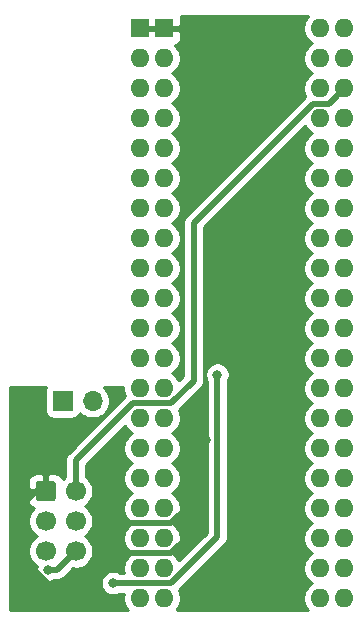
<source format=gbr>
G04 #@! TF.GenerationSoftware,KiCad,Pcbnew,5.1.5+dfsg1-2build2*
G04 #@! TF.CreationDate,2022-03-13T21:19:34-04:00*
G04 #@! TF.ProjectId,vdg_breakout,7664675f-6272-4656-916b-6f75742e6b69,rev?*
G04 #@! TF.SameCoordinates,Original*
G04 #@! TF.FileFunction,Copper,L1,Top*
G04 #@! TF.FilePolarity,Positive*
%FSLAX46Y46*%
G04 Gerber Fmt 4.6, Leading zero omitted, Abs format (unit mm)*
G04 Created by KiCad (PCBNEW 5.1.5+dfsg1-2build2) date 2022-03-13 21:19:34*
%MOMM*%
%LPD*%
G04 APERTURE LIST*
%ADD10R,1.600000X1.600000*%
%ADD11O,1.600000X1.600000*%
%ADD12C,0.100000*%
%ADD13C,1.700000*%
%ADD14R,1.700000X1.700000*%
%ADD15O,1.700000X1.700000*%
%ADD16C,0.800000*%
%ADD17C,0.500000*%
%ADD18C,0.254000*%
G04 APERTURE END LIST*
D10*
X125000001Y-60625001D03*
D11*
X140240001Y-108885001D03*
X125000001Y-63165001D03*
X140240001Y-106345001D03*
X125000001Y-65705001D03*
X140240001Y-103805001D03*
X125000001Y-68245001D03*
X140240001Y-101265001D03*
X125000001Y-70785001D03*
X140240001Y-98725001D03*
X125000001Y-73325001D03*
X140240001Y-96185001D03*
X125000001Y-75865001D03*
X140240001Y-93645001D03*
X125000001Y-78405001D03*
X140240001Y-91105001D03*
X125000001Y-80945001D03*
X140240001Y-88565001D03*
X125000001Y-83485001D03*
X140240001Y-86025001D03*
X125000001Y-86025001D03*
X140240001Y-83485001D03*
X125000001Y-88565001D03*
X140240001Y-80945001D03*
X125000001Y-91105001D03*
X140240001Y-78405001D03*
X125000001Y-93645001D03*
X140240001Y-75865001D03*
X125000001Y-96185001D03*
X140240001Y-73325001D03*
X125000001Y-98725001D03*
X140240001Y-70785001D03*
X125000001Y-101265001D03*
X140240001Y-68245001D03*
X125000001Y-103805001D03*
X140240001Y-65705001D03*
X125000001Y-106345001D03*
X140240001Y-63165001D03*
X125000001Y-108885001D03*
X140240001Y-60625001D03*
X138215000Y-60625001D03*
X122975000Y-108885001D03*
X138215000Y-63165001D03*
X122975000Y-106345001D03*
X138215000Y-65705001D03*
X122975000Y-103805001D03*
X138215000Y-68245001D03*
X122975000Y-101265001D03*
X138215000Y-70785001D03*
X122975000Y-98725001D03*
X138215000Y-73325001D03*
X122975000Y-96185001D03*
X138215000Y-75865001D03*
X122975000Y-93645001D03*
X138215000Y-78405001D03*
X122975000Y-91105001D03*
X138215000Y-80945001D03*
X122975000Y-88565001D03*
X138215000Y-83485001D03*
X122975000Y-86025001D03*
X138215000Y-86025001D03*
X122975000Y-83485001D03*
X138215000Y-88565001D03*
X122975000Y-80945001D03*
X138215000Y-91105001D03*
X122975000Y-78405001D03*
X138215000Y-93645001D03*
X122975000Y-75865001D03*
X138215000Y-96185001D03*
X122975000Y-73325001D03*
X138215000Y-98725001D03*
X122975000Y-70785001D03*
X138215000Y-101265001D03*
X122975000Y-68245001D03*
X138215000Y-103805001D03*
X122975000Y-65705001D03*
X138215000Y-106345001D03*
X122975000Y-63165001D03*
X138215000Y-108885001D03*
D10*
X122975000Y-60625001D03*
G04 #@! TA.AperFunction,ComponentPad*
D12*
G36*
X115599504Y-98951204D02*
G01*
X115623773Y-98954804D01*
X115647571Y-98960765D01*
X115670671Y-98969030D01*
X115692849Y-98979520D01*
X115713893Y-98992133D01*
X115733598Y-99006747D01*
X115751777Y-99023223D01*
X115768253Y-99041402D01*
X115782867Y-99061107D01*
X115795480Y-99082151D01*
X115805970Y-99104329D01*
X115814235Y-99127429D01*
X115820196Y-99151227D01*
X115823796Y-99175496D01*
X115825000Y-99200000D01*
X115825000Y-100400000D01*
X115823796Y-100424504D01*
X115820196Y-100448773D01*
X115814235Y-100472571D01*
X115805970Y-100495671D01*
X115795480Y-100517849D01*
X115782867Y-100538893D01*
X115768253Y-100558598D01*
X115751777Y-100576777D01*
X115733598Y-100593253D01*
X115713893Y-100607867D01*
X115692849Y-100620480D01*
X115670671Y-100630970D01*
X115647571Y-100639235D01*
X115623773Y-100645196D01*
X115599504Y-100648796D01*
X115575000Y-100650000D01*
X114375000Y-100650000D01*
X114350496Y-100648796D01*
X114326227Y-100645196D01*
X114302429Y-100639235D01*
X114279329Y-100630970D01*
X114257151Y-100620480D01*
X114236107Y-100607867D01*
X114216402Y-100593253D01*
X114198223Y-100576777D01*
X114181747Y-100558598D01*
X114167133Y-100538893D01*
X114154520Y-100517849D01*
X114144030Y-100495671D01*
X114135765Y-100472571D01*
X114129804Y-100448773D01*
X114126204Y-100424504D01*
X114125000Y-100400000D01*
X114125000Y-99200000D01*
X114126204Y-99175496D01*
X114129804Y-99151227D01*
X114135765Y-99127429D01*
X114144030Y-99104329D01*
X114154520Y-99082151D01*
X114167133Y-99061107D01*
X114181747Y-99041402D01*
X114198223Y-99023223D01*
X114216402Y-99006747D01*
X114236107Y-98992133D01*
X114257151Y-98979520D01*
X114279329Y-98969030D01*
X114302429Y-98960765D01*
X114326227Y-98954804D01*
X114350496Y-98951204D01*
X114375000Y-98950000D01*
X115575000Y-98950000D01*
X115599504Y-98951204D01*
G37*
G04 #@! TD.AperFunction*
D13*
X114975000Y-102340000D03*
X114975000Y-104880000D03*
X117515000Y-99800000D03*
X117515000Y-102340000D03*
X117515000Y-104880000D03*
D14*
X116400000Y-92175000D03*
D15*
X118940000Y-92175000D03*
D16*
X135325000Y-71950000D03*
X135525000Y-74350000D03*
X135775000Y-87050000D03*
X128525000Y-95450000D03*
X121000000Y-91650000D03*
X126325000Y-89800000D03*
X113675000Y-108925000D03*
X115200000Y-96300000D03*
X121025000Y-102400000D03*
X115200000Y-106450000D03*
X120679998Y-107595002D03*
X129500000Y-89950000D03*
D17*
X114125000Y-99800000D02*
X112775000Y-101150000D01*
X114975000Y-99800000D02*
X114125000Y-99800000D01*
X112775000Y-105283002D02*
X115691998Y-108200000D01*
X112775000Y-101150000D02*
X112775000Y-105283002D01*
X115691998Y-108200000D02*
X118275000Y-108200000D01*
X128525000Y-102130004D02*
X128525000Y-96015685D01*
X125600002Y-105055002D02*
X128525000Y-102130004D01*
X121419998Y-105055002D02*
X125600002Y-105055002D01*
X118275000Y-108200000D02*
X121419998Y-105055002D01*
X128525000Y-96015685D02*
X128525000Y-95450000D01*
X128525000Y-99590004D02*
X128525000Y-96015685D01*
X125600002Y-102515002D02*
X128525000Y-99590004D01*
X121705687Y-102515002D02*
X125600002Y-102515002D01*
X121590685Y-102400000D02*
X121705687Y-102515002D01*
X121025000Y-102400000D02*
X121590685Y-102400000D01*
X115945000Y-106450000D02*
X115200000Y-106450000D01*
X117515000Y-104880000D02*
X115945000Y-106450000D01*
X120679998Y-107595002D02*
X125600002Y-107595002D01*
X129500000Y-103695004D02*
X129500000Y-90515685D01*
X129500000Y-90515685D02*
X129500000Y-89950000D01*
X125600002Y-107595002D02*
X129500000Y-103695004D01*
X139440002Y-66505000D02*
X140240001Y-65705001D01*
X138950002Y-66995000D02*
X139440002Y-66505000D01*
X137614999Y-66995000D02*
X138950002Y-66995000D01*
X127500000Y-77109999D02*
X137614999Y-66995000D01*
X127500000Y-90455004D02*
X127500000Y-77109999D01*
X125600002Y-92355002D02*
X127500000Y-90455004D01*
X122374999Y-92355002D02*
X125600002Y-92355002D01*
X117515000Y-97215001D02*
X122374999Y-92355002D01*
X117515000Y-99800000D02*
X117515000Y-97215001D01*
D18*
G36*
X136943320Y-68924728D02*
G01*
X137100363Y-69159760D01*
X137300241Y-69359638D01*
X137532759Y-69515001D01*
X137300241Y-69670364D01*
X137100363Y-69870242D01*
X136943320Y-70105274D01*
X136835147Y-70366427D01*
X136780000Y-70643666D01*
X136780000Y-70926336D01*
X136835147Y-71203575D01*
X136943320Y-71464728D01*
X137100363Y-71699760D01*
X137300241Y-71899638D01*
X137532759Y-72055001D01*
X137300241Y-72210364D01*
X137100363Y-72410242D01*
X136943320Y-72645274D01*
X136835147Y-72906427D01*
X136780000Y-73183666D01*
X136780000Y-73466336D01*
X136835147Y-73743575D01*
X136943320Y-74004728D01*
X137100363Y-74239760D01*
X137300241Y-74439638D01*
X137532759Y-74595001D01*
X137300241Y-74750364D01*
X137100363Y-74950242D01*
X136943320Y-75185274D01*
X136835147Y-75446427D01*
X136780000Y-75723666D01*
X136780000Y-76006336D01*
X136835147Y-76283575D01*
X136943320Y-76544728D01*
X137100363Y-76779760D01*
X137300241Y-76979638D01*
X137532759Y-77135001D01*
X137300241Y-77290364D01*
X137100363Y-77490242D01*
X136943320Y-77725274D01*
X136835147Y-77986427D01*
X136780000Y-78263666D01*
X136780000Y-78546336D01*
X136835147Y-78823575D01*
X136943320Y-79084728D01*
X137100363Y-79319760D01*
X137300241Y-79519638D01*
X137532759Y-79675001D01*
X137300241Y-79830364D01*
X137100363Y-80030242D01*
X136943320Y-80265274D01*
X136835147Y-80526427D01*
X136780000Y-80803666D01*
X136780000Y-81086336D01*
X136835147Y-81363575D01*
X136943320Y-81624728D01*
X137100363Y-81859760D01*
X137300241Y-82059638D01*
X137532759Y-82215001D01*
X137300241Y-82370364D01*
X137100363Y-82570242D01*
X136943320Y-82805274D01*
X136835147Y-83066427D01*
X136780000Y-83343666D01*
X136780000Y-83626336D01*
X136835147Y-83903575D01*
X136943320Y-84164728D01*
X137100363Y-84399760D01*
X137300241Y-84599638D01*
X137532759Y-84755001D01*
X137300241Y-84910364D01*
X137100363Y-85110242D01*
X136943320Y-85345274D01*
X136835147Y-85606427D01*
X136780000Y-85883666D01*
X136780000Y-86166336D01*
X136835147Y-86443575D01*
X136943320Y-86704728D01*
X137100363Y-86939760D01*
X137300241Y-87139638D01*
X137532759Y-87295001D01*
X137300241Y-87450364D01*
X137100363Y-87650242D01*
X136943320Y-87885274D01*
X136835147Y-88146427D01*
X136780000Y-88423666D01*
X136780000Y-88706336D01*
X136835147Y-88983575D01*
X136943320Y-89244728D01*
X137100363Y-89479760D01*
X137300241Y-89679638D01*
X137532759Y-89835001D01*
X137300241Y-89990364D01*
X137100363Y-90190242D01*
X136943320Y-90425274D01*
X136835147Y-90686427D01*
X136780000Y-90963666D01*
X136780000Y-91246336D01*
X136835147Y-91523575D01*
X136943320Y-91784728D01*
X137100363Y-92019760D01*
X137300241Y-92219638D01*
X137532759Y-92375001D01*
X137300241Y-92530364D01*
X137100363Y-92730242D01*
X136943320Y-92965274D01*
X136835147Y-93226427D01*
X136780000Y-93503666D01*
X136780000Y-93786336D01*
X136835147Y-94063575D01*
X136943320Y-94324728D01*
X137100363Y-94559760D01*
X137300241Y-94759638D01*
X137532759Y-94915001D01*
X137300241Y-95070364D01*
X137100363Y-95270242D01*
X136943320Y-95505274D01*
X136835147Y-95766427D01*
X136780000Y-96043666D01*
X136780000Y-96326336D01*
X136835147Y-96603575D01*
X136943320Y-96864728D01*
X137100363Y-97099760D01*
X137300241Y-97299638D01*
X137532759Y-97455001D01*
X137300241Y-97610364D01*
X137100363Y-97810242D01*
X136943320Y-98045274D01*
X136835147Y-98306427D01*
X136780000Y-98583666D01*
X136780000Y-98866336D01*
X136835147Y-99143575D01*
X136943320Y-99404728D01*
X137100363Y-99639760D01*
X137300241Y-99839638D01*
X137532759Y-99995001D01*
X137300241Y-100150364D01*
X137100363Y-100350242D01*
X136943320Y-100585274D01*
X136835147Y-100846427D01*
X136780000Y-101123666D01*
X136780000Y-101406336D01*
X136835147Y-101683575D01*
X136943320Y-101944728D01*
X137100363Y-102179760D01*
X137300241Y-102379638D01*
X137532759Y-102535001D01*
X137300241Y-102690364D01*
X137100363Y-102890242D01*
X136943320Y-103125274D01*
X136835147Y-103386427D01*
X136780000Y-103663666D01*
X136780000Y-103946336D01*
X136835147Y-104223575D01*
X136943320Y-104484728D01*
X137100363Y-104719760D01*
X137300241Y-104919638D01*
X137532759Y-105075001D01*
X137300241Y-105230364D01*
X137100363Y-105430242D01*
X136943320Y-105665274D01*
X136835147Y-105926427D01*
X136780000Y-106203666D01*
X136780000Y-106486336D01*
X136835147Y-106763575D01*
X136943320Y-107024728D01*
X137100363Y-107259760D01*
X137300241Y-107459638D01*
X137532759Y-107615001D01*
X137300241Y-107770364D01*
X137100363Y-107970242D01*
X136943320Y-108205274D01*
X136835147Y-108466427D01*
X136780000Y-108743666D01*
X136780000Y-109026336D01*
X136835147Y-109303575D01*
X136943320Y-109564728D01*
X137100363Y-109799760D01*
X137140603Y-109840000D01*
X126074398Y-109840000D01*
X126114638Y-109799760D01*
X126271681Y-109564728D01*
X126379854Y-109303575D01*
X126435001Y-109026336D01*
X126435001Y-108743666D01*
X126379854Y-108466427D01*
X126271681Y-108205274D01*
X126259515Y-108187067D01*
X130095050Y-104351532D01*
X130128817Y-104323821D01*
X130211088Y-104223575D01*
X130239410Y-104189064D01*
X130239411Y-104189063D01*
X130321589Y-104035317D01*
X130372195Y-103868494D01*
X130385000Y-103738481D01*
X130385000Y-103738471D01*
X130389281Y-103695005D01*
X130385000Y-103651538D01*
X130385000Y-90488454D01*
X130417205Y-90440256D01*
X130495226Y-90251898D01*
X130535000Y-90051939D01*
X130535000Y-89848061D01*
X130495226Y-89648102D01*
X130417205Y-89459744D01*
X130303937Y-89290226D01*
X130159774Y-89146063D01*
X129990256Y-89032795D01*
X129801898Y-88954774D01*
X129601939Y-88915000D01*
X129398061Y-88915000D01*
X129198102Y-88954774D01*
X129009744Y-89032795D01*
X128840226Y-89146063D01*
X128696063Y-89290226D01*
X128582795Y-89459744D01*
X128504774Y-89648102D01*
X128465000Y-89848061D01*
X128465000Y-90051939D01*
X128504774Y-90251898D01*
X128582795Y-90440256D01*
X128615000Y-90488454D01*
X128615000Y-90559161D01*
X128615001Y-90559171D01*
X128615000Y-103328425D01*
X126273576Y-105669849D01*
X126271681Y-105665274D01*
X126114638Y-105430242D01*
X125914760Y-105230364D01*
X125682242Y-105075001D01*
X125914760Y-104919638D01*
X126114638Y-104719760D01*
X126271681Y-104484728D01*
X126379854Y-104223575D01*
X126435001Y-103946336D01*
X126435001Y-103663666D01*
X126379854Y-103386427D01*
X126271681Y-103125274D01*
X126114638Y-102890242D01*
X125914760Y-102690364D01*
X125682242Y-102535001D01*
X125914760Y-102379638D01*
X126114638Y-102179760D01*
X126271681Y-101944728D01*
X126379854Y-101683575D01*
X126435001Y-101406336D01*
X126435001Y-101123666D01*
X126379854Y-100846427D01*
X126271681Y-100585274D01*
X126114638Y-100350242D01*
X125914760Y-100150364D01*
X125682242Y-99995001D01*
X125914760Y-99839638D01*
X126114638Y-99639760D01*
X126271681Y-99404728D01*
X126379854Y-99143575D01*
X126435001Y-98866336D01*
X126435001Y-98583666D01*
X126379854Y-98306427D01*
X126271681Y-98045274D01*
X126114638Y-97810242D01*
X125914760Y-97610364D01*
X125682242Y-97455001D01*
X125914760Y-97299638D01*
X126114638Y-97099760D01*
X126271681Y-96864728D01*
X126379854Y-96603575D01*
X126435001Y-96326336D01*
X126435001Y-96043666D01*
X126379854Y-95766427D01*
X126271681Y-95505274D01*
X126114638Y-95270242D01*
X125914760Y-95070364D01*
X125682242Y-94915001D01*
X125914760Y-94759638D01*
X126114638Y-94559760D01*
X126271681Y-94324728D01*
X126379854Y-94063575D01*
X126435001Y-93786336D01*
X126435001Y-93503666D01*
X126379854Y-93226427D01*
X126271681Y-92965274D01*
X126259515Y-92947067D01*
X128095050Y-91111533D01*
X128128817Y-91083821D01*
X128166264Y-91038193D01*
X128221813Y-90970506D01*
X128239411Y-90949063D01*
X128321589Y-90795317D01*
X128356843Y-90679101D01*
X128372195Y-90628495D01*
X128374039Y-90609774D01*
X128385000Y-90498481D01*
X128385000Y-90498473D01*
X128389281Y-90455004D01*
X128385000Y-90411535D01*
X128385000Y-77476577D01*
X136941425Y-68920153D01*
X136943320Y-68924728D01*
G37*
X136943320Y-68924728D02*
X137100363Y-69159760D01*
X137300241Y-69359638D01*
X137532759Y-69515001D01*
X137300241Y-69670364D01*
X137100363Y-69870242D01*
X136943320Y-70105274D01*
X136835147Y-70366427D01*
X136780000Y-70643666D01*
X136780000Y-70926336D01*
X136835147Y-71203575D01*
X136943320Y-71464728D01*
X137100363Y-71699760D01*
X137300241Y-71899638D01*
X137532759Y-72055001D01*
X137300241Y-72210364D01*
X137100363Y-72410242D01*
X136943320Y-72645274D01*
X136835147Y-72906427D01*
X136780000Y-73183666D01*
X136780000Y-73466336D01*
X136835147Y-73743575D01*
X136943320Y-74004728D01*
X137100363Y-74239760D01*
X137300241Y-74439638D01*
X137532759Y-74595001D01*
X137300241Y-74750364D01*
X137100363Y-74950242D01*
X136943320Y-75185274D01*
X136835147Y-75446427D01*
X136780000Y-75723666D01*
X136780000Y-76006336D01*
X136835147Y-76283575D01*
X136943320Y-76544728D01*
X137100363Y-76779760D01*
X137300241Y-76979638D01*
X137532759Y-77135001D01*
X137300241Y-77290364D01*
X137100363Y-77490242D01*
X136943320Y-77725274D01*
X136835147Y-77986427D01*
X136780000Y-78263666D01*
X136780000Y-78546336D01*
X136835147Y-78823575D01*
X136943320Y-79084728D01*
X137100363Y-79319760D01*
X137300241Y-79519638D01*
X137532759Y-79675001D01*
X137300241Y-79830364D01*
X137100363Y-80030242D01*
X136943320Y-80265274D01*
X136835147Y-80526427D01*
X136780000Y-80803666D01*
X136780000Y-81086336D01*
X136835147Y-81363575D01*
X136943320Y-81624728D01*
X137100363Y-81859760D01*
X137300241Y-82059638D01*
X137532759Y-82215001D01*
X137300241Y-82370364D01*
X137100363Y-82570242D01*
X136943320Y-82805274D01*
X136835147Y-83066427D01*
X136780000Y-83343666D01*
X136780000Y-83626336D01*
X136835147Y-83903575D01*
X136943320Y-84164728D01*
X137100363Y-84399760D01*
X137300241Y-84599638D01*
X137532759Y-84755001D01*
X137300241Y-84910364D01*
X137100363Y-85110242D01*
X136943320Y-85345274D01*
X136835147Y-85606427D01*
X136780000Y-85883666D01*
X136780000Y-86166336D01*
X136835147Y-86443575D01*
X136943320Y-86704728D01*
X137100363Y-86939760D01*
X137300241Y-87139638D01*
X137532759Y-87295001D01*
X137300241Y-87450364D01*
X137100363Y-87650242D01*
X136943320Y-87885274D01*
X136835147Y-88146427D01*
X136780000Y-88423666D01*
X136780000Y-88706336D01*
X136835147Y-88983575D01*
X136943320Y-89244728D01*
X137100363Y-89479760D01*
X137300241Y-89679638D01*
X137532759Y-89835001D01*
X137300241Y-89990364D01*
X137100363Y-90190242D01*
X136943320Y-90425274D01*
X136835147Y-90686427D01*
X136780000Y-90963666D01*
X136780000Y-91246336D01*
X136835147Y-91523575D01*
X136943320Y-91784728D01*
X137100363Y-92019760D01*
X137300241Y-92219638D01*
X137532759Y-92375001D01*
X137300241Y-92530364D01*
X137100363Y-92730242D01*
X136943320Y-92965274D01*
X136835147Y-93226427D01*
X136780000Y-93503666D01*
X136780000Y-93786336D01*
X136835147Y-94063575D01*
X136943320Y-94324728D01*
X137100363Y-94559760D01*
X137300241Y-94759638D01*
X137532759Y-94915001D01*
X137300241Y-95070364D01*
X137100363Y-95270242D01*
X136943320Y-95505274D01*
X136835147Y-95766427D01*
X136780000Y-96043666D01*
X136780000Y-96326336D01*
X136835147Y-96603575D01*
X136943320Y-96864728D01*
X137100363Y-97099760D01*
X137300241Y-97299638D01*
X137532759Y-97455001D01*
X137300241Y-97610364D01*
X137100363Y-97810242D01*
X136943320Y-98045274D01*
X136835147Y-98306427D01*
X136780000Y-98583666D01*
X136780000Y-98866336D01*
X136835147Y-99143575D01*
X136943320Y-99404728D01*
X137100363Y-99639760D01*
X137300241Y-99839638D01*
X137532759Y-99995001D01*
X137300241Y-100150364D01*
X137100363Y-100350242D01*
X136943320Y-100585274D01*
X136835147Y-100846427D01*
X136780000Y-101123666D01*
X136780000Y-101406336D01*
X136835147Y-101683575D01*
X136943320Y-101944728D01*
X137100363Y-102179760D01*
X137300241Y-102379638D01*
X137532759Y-102535001D01*
X137300241Y-102690364D01*
X137100363Y-102890242D01*
X136943320Y-103125274D01*
X136835147Y-103386427D01*
X136780000Y-103663666D01*
X136780000Y-103946336D01*
X136835147Y-104223575D01*
X136943320Y-104484728D01*
X137100363Y-104719760D01*
X137300241Y-104919638D01*
X137532759Y-105075001D01*
X137300241Y-105230364D01*
X137100363Y-105430242D01*
X136943320Y-105665274D01*
X136835147Y-105926427D01*
X136780000Y-106203666D01*
X136780000Y-106486336D01*
X136835147Y-106763575D01*
X136943320Y-107024728D01*
X137100363Y-107259760D01*
X137300241Y-107459638D01*
X137532759Y-107615001D01*
X137300241Y-107770364D01*
X137100363Y-107970242D01*
X136943320Y-108205274D01*
X136835147Y-108466427D01*
X136780000Y-108743666D01*
X136780000Y-109026336D01*
X136835147Y-109303575D01*
X136943320Y-109564728D01*
X137100363Y-109799760D01*
X137140603Y-109840000D01*
X126074398Y-109840000D01*
X126114638Y-109799760D01*
X126271681Y-109564728D01*
X126379854Y-109303575D01*
X126435001Y-109026336D01*
X126435001Y-108743666D01*
X126379854Y-108466427D01*
X126271681Y-108205274D01*
X126259515Y-108187067D01*
X130095050Y-104351532D01*
X130128817Y-104323821D01*
X130211088Y-104223575D01*
X130239410Y-104189064D01*
X130239411Y-104189063D01*
X130321589Y-104035317D01*
X130372195Y-103868494D01*
X130385000Y-103738481D01*
X130385000Y-103738471D01*
X130389281Y-103695005D01*
X130385000Y-103651538D01*
X130385000Y-90488454D01*
X130417205Y-90440256D01*
X130495226Y-90251898D01*
X130535000Y-90051939D01*
X130535000Y-89848061D01*
X130495226Y-89648102D01*
X130417205Y-89459744D01*
X130303937Y-89290226D01*
X130159774Y-89146063D01*
X129990256Y-89032795D01*
X129801898Y-88954774D01*
X129601939Y-88915000D01*
X129398061Y-88915000D01*
X129198102Y-88954774D01*
X129009744Y-89032795D01*
X128840226Y-89146063D01*
X128696063Y-89290226D01*
X128582795Y-89459744D01*
X128504774Y-89648102D01*
X128465000Y-89848061D01*
X128465000Y-90051939D01*
X128504774Y-90251898D01*
X128582795Y-90440256D01*
X128615000Y-90488454D01*
X128615000Y-90559161D01*
X128615001Y-90559171D01*
X128615000Y-103328425D01*
X126273576Y-105669849D01*
X126271681Y-105665274D01*
X126114638Y-105430242D01*
X125914760Y-105230364D01*
X125682242Y-105075001D01*
X125914760Y-104919638D01*
X126114638Y-104719760D01*
X126271681Y-104484728D01*
X126379854Y-104223575D01*
X126435001Y-103946336D01*
X126435001Y-103663666D01*
X126379854Y-103386427D01*
X126271681Y-103125274D01*
X126114638Y-102890242D01*
X125914760Y-102690364D01*
X125682242Y-102535001D01*
X125914760Y-102379638D01*
X126114638Y-102179760D01*
X126271681Y-101944728D01*
X126379854Y-101683575D01*
X126435001Y-101406336D01*
X126435001Y-101123666D01*
X126379854Y-100846427D01*
X126271681Y-100585274D01*
X126114638Y-100350242D01*
X125914760Y-100150364D01*
X125682242Y-99995001D01*
X125914760Y-99839638D01*
X126114638Y-99639760D01*
X126271681Y-99404728D01*
X126379854Y-99143575D01*
X126435001Y-98866336D01*
X126435001Y-98583666D01*
X126379854Y-98306427D01*
X126271681Y-98045274D01*
X126114638Y-97810242D01*
X125914760Y-97610364D01*
X125682242Y-97455001D01*
X125914760Y-97299638D01*
X126114638Y-97099760D01*
X126271681Y-96864728D01*
X126379854Y-96603575D01*
X126435001Y-96326336D01*
X126435001Y-96043666D01*
X126379854Y-95766427D01*
X126271681Y-95505274D01*
X126114638Y-95270242D01*
X125914760Y-95070364D01*
X125682242Y-94915001D01*
X125914760Y-94759638D01*
X126114638Y-94559760D01*
X126271681Y-94324728D01*
X126379854Y-94063575D01*
X126435001Y-93786336D01*
X126435001Y-93503666D01*
X126379854Y-93226427D01*
X126271681Y-92965274D01*
X126259515Y-92947067D01*
X128095050Y-91111533D01*
X128128817Y-91083821D01*
X128166264Y-91038193D01*
X128221813Y-90970506D01*
X128239411Y-90949063D01*
X128321589Y-90795317D01*
X128356843Y-90679101D01*
X128372195Y-90628495D01*
X128374039Y-90609774D01*
X128385000Y-90498481D01*
X128385000Y-90498473D01*
X128389281Y-90455004D01*
X128385000Y-90411535D01*
X128385000Y-77476577D01*
X136941425Y-68920153D01*
X136943320Y-68924728D01*
G36*
X121540000Y-91246336D02*
G01*
X121595147Y-91523575D01*
X121700501Y-91777921D01*
X116919952Y-96558471D01*
X116886184Y-96586184D01*
X116858471Y-96619952D01*
X116858468Y-96619955D01*
X116775590Y-96720942D01*
X116693412Y-96874688D01*
X116642805Y-97041511D01*
X116625719Y-97215001D01*
X116630001Y-97258480D01*
X116630000Y-98605344D01*
X116568368Y-98646525D01*
X116436513Y-98778380D01*
X116414502Y-98705820D01*
X116355537Y-98595506D01*
X116276185Y-98498815D01*
X116179494Y-98419463D01*
X116069180Y-98360498D01*
X115949482Y-98324188D01*
X115825000Y-98311928D01*
X115260750Y-98315000D01*
X115102000Y-98473750D01*
X115102000Y-99673000D01*
X115122000Y-99673000D01*
X115122000Y-99927000D01*
X115102000Y-99927000D01*
X115102000Y-99947000D01*
X114848000Y-99947000D01*
X114848000Y-99927000D01*
X113648750Y-99927000D01*
X113490000Y-100085750D01*
X113486928Y-100650000D01*
X113499188Y-100774482D01*
X113535498Y-100894180D01*
X113594463Y-101004494D01*
X113673815Y-101101185D01*
X113770506Y-101180537D01*
X113880820Y-101239502D01*
X113953380Y-101261513D01*
X113821525Y-101393368D01*
X113659010Y-101636589D01*
X113547068Y-101906842D01*
X113490000Y-102193740D01*
X113490000Y-102486260D01*
X113547068Y-102773158D01*
X113659010Y-103043411D01*
X113821525Y-103286632D01*
X114028368Y-103493475D01*
X114202760Y-103610000D01*
X114028368Y-103726525D01*
X113821525Y-103933368D01*
X113659010Y-104176589D01*
X113547068Y-104446842D01*
X113490000Y-104733740D01*
X113490000Y-105026260D01*
X113547068Y-105313158D01*
X113659010Y-105583411D01*
X113821525Y-105826632D01*
X114028368Y-106033475D01*
X114204204Y-106150965D01*
X114165000Y-106348061D01*
X114165000Y-106551939D01*
X114204774Y-106751898D01*
X114282795Y-106940256D01*
X114396063Y-107109774D01*
X114540226Y-107253937D01*
X114709744Y-107367205D01*
X114898102Y-107445226D01*
X115098061Y-107485000D01*
X115301939Y-107485000D01*
X115501898Y-107445226D01*
X115690256Y-107367205D01*
X115738454Y-107335000D01*
X115901531Y-107335000D01*
X115945000Y-107339281D01*
X115988469Y-107335000D01*
X115988477Y-107335000D01*
X116118490Y-107322195D01*
X116285313Y-107271589D01*
X116439059Y-107189411D01*
X116573817Y-107078817D01*
X116601534Y-107045044D01*
X117296040Y-106350539D01*
X117368740Y-106365000D01*
X117661260Y-106365000D01*
X117948158Y-106307932D01*
X118218411Y-106195990D01*
X118461632Y-106033475D01*
X118668475Y-105826632D01*
X118830990Y-105583411D01*
X118942932Y-105313158D01*
X119000000Y-105026260D01*
X119000000Y-104733740D01*
X118942932Y-104446842D01*
X118830990Y-104176589D01*
X118668475Y-103933368D01*
X118461632Y-103726525D01*
X118287240Y-103610000D01*
X118461632Y-103493475D01*
X118668475Y-103286632D01*
X118830990Y-103043411D01*
X118942932Y-102773158D01*
X119000000Y-102486260D01*
X119000000Y-102193740D01*
X118942932Y-101906842D01*
X118830990Y-101636589D01*
X118668475Y-101393368D01*
X118461632Y-101186525D01*
X118287240Y-101070000D01*
X118461632Y-100953475D01*
X118668475Y-100746632D01*
X118830990Y-100503411D01*
X118942932Y-100233158D01*
X119000000Y-99946260D01*
X119000000Y-99653740D01*
X118942932Y-99366842D01*
X118830990Y-99096589D01*
X118668475Y-98853368D01*
X118461632Y-98646525D01*
X118400000Y-98605344D01*
X118400000Y-97581579D01*
X121689710Y-94291870D01*
X121703320Y-94324728D01*
X121860363Y-94559760D01*
X122060241Y-94759638D01*
X122292759Y-94915001D01*
X122060241Y-95070364D01*
X121860363Y-95270242D01*
X121703320Y-95505274D01*
X121595147Y-95766427D01*
X121540000Y-96043666D01*
X121540000Y-96326336D01*
X121595147Y-96603575D01*
X121703320Y-96864728D01*
X121860363Y-97099760D01*
X122060241Y-97299638D01*
X122292759Y-97455001D01*
X122060241Y-97610364D01*
X121860363Y-97810242D01*
X121703320Y-98045274D01*
X121595147Y-98306427D01*
X121540000Y-98583666D01*
X121540000Y-98866336D01*
X121595147Y-99143575D01*
X121703320Y-99404728D01*
X121860363Y-99639760D01*
X122060241Y-99839638D01*
X122292759Y-99995001D01*
X122060241Y-100150364D01*
X121860363Y-100350242D01*
X121703320Y-100585274D01*
X121595147Y-100846427D01*
X121540000Y-101123666D01*
X121540000Y-101406336D01*
X121595147Y-101683575D01*
X121703320Y-101944728D01*
X121860363Y-102179760D01*
X122060241Y-102379638D01*
X122292759Y-102535001D01*
X122060241Y-102690364D01*
X121860363Y-102890242D01*
X121703320Y-103125274D01*
X121595147Y-103386427D01*
X121540000Y-103663666D01*
X121540000Y-103946336D01*
X121595147Y-104223575D01*
X121703320Y-104484728D01*
X121860363Y-104719760D01*
X122060241Y-104919638D01*
X122292759Y-105075001D01*
X122060241Y-105230364D01*
X121860363Y-105430242D01*
X121703320Y-105665274D01*
X121595147Y-105926427D01*
X121540000Y-106203666D01*
X121540000Y-106486336D01*
X121584491Y-106710002D01*
X121218452Y-106710002D01*
X121170254Y-106677797D01*
X120981896Y-106599776D01*
X120781937Y-106560002D01*
X120578059Y-106560002D01*
X120378100Y-106599776D01*
X120189742Y-106677797D01*
X120020224Y-106791065D01*
X119876061Y-106935228D01*
X119762793Y-107104746D01*
X119684772Y-107293104D01*
X119644998Y-107493063D01*
X119644998Y-107696941D01*
X119684772Y-107896900D01*
X119762793Y-108085258D01*
X119876061Y-108254776D01*
X120020224Y-108398939D01*
X120189742Y-108512207D01*
X120378100Y-108590228D01*
X120578059Y-108630002D01*
X120781937Y-108630002D01*
X120981896Y-108590228D01*
X121170254Y-108512207D01*
X121218452Y-108480002D01*
X121592447Y-108480002D01*
X121540000Y-108743666D01*
X121540000Y-109026336D01*
X121595147Y-109303575D01*
X121703320Y-109564728D01*
X121860363Y-109799760D01*
X121900603Y-109840000D01*
X111960000Y-109840000D01*
X111960000Y-98950000D01*
X113486928Y-98950000D01*
X113490000Y-99514250D01*
X113648750Y-99673000D01*
X114848000Y-99673000D01*
X114848000Y-98473750D01*
X114689250Y-98315000D01*
X114125000Y-98311928D01*
X114000518Y-98324188D01*
X113880820Y-98360498D01*
X113770506Y-98419463D01*
X113673815Y-98498815D01*
X113594463Y-98595506D01*
X113535498Y-98705820D01*
X113499188Y-98825518D01*
X113486928Y-98950000D01*
X111960000Y-98950000D01*
X111960000Y-91035000D01*
X114984990Y-91035000D01*
X114960498Y-91080820D01*
X114924188Y-91200518D01*
X114911928Y-91325000D01*
X114911928Y-93025000D01*
X114924188Y-93149482D01*
X114960498Y-93269180D01*
X115019463Y-93379494D01*
X115098815Y-93476185D01*
X115195506Y-93555537D01*
X115305820Y-93614502D01*
X115425518Y-93650812D01*
X115550000Y-93663072D01*
X117250000Y-93663072D01*
X117374482Y-93650812D01*
X117494180Y-93614502D01*
X117604494Y-93555537D01*
X117701185Y-93476185D01*
X117780537Y-93379494D01*
X117839502Y-93269180D01*
X117861513Y-93196620D01*
X117993368Y-93328475D01*
X118236589Y-93490990D01*
X118506842Y-93602932D01*
X118793740Y-93660000D01*
X119086260Y-93660000D01*
X119373158Y-93602932D01*
X119643411Y-93490990D01*
X119886632Y-93328475D01*
X120093475Y-93121632D01*
X120255990Y-92878411D01*
X120367932Y-92608158D01*
X120425000Y-92321260D01*
X120425000Y-92028740D01*
X120367932Y-91741842D01*
X120255990Y-91471589D01*
X120093475Y-91228368D01*
X119900107Y-91035000D01*
X121392581Y-91035000D01*
X121425000Y-91038193D01*
X121457419Y-91035000D01*
X121540000Y-91026867D01*
X121540000Y-91246336D01*
G37*
X121540000Y-91246336D02*
X121595147Y-91523575D01*
X121700501Y-91777921D01*
X116919952Y-96558471D01*
X116886184Y-96586184D01*
X116858471Y-96619952D01*
X116858468Y-96619955D01*
X116775590Y-96720942D01*
X116693412Y-96874688D01*
X116642805Y-97041511D01*
X116625719Y-97215001D01*
X116630001Y-97258480D01*
X116630000Y-98605344D01*
X116568368Y-98646525D01*
X116436513Y-98778380D01*
X116414502Y-98705820D01*
X116355537Y-98595506D01*
X116276185Y-98498815D01*
X116179494Y-98419463D01*
X116069180Y-98360498D01*
X115949482Y-98324188D01*
X115825000Y-98311928D01*
X115260750Y-98315000D01*
X115102000Y-98473750D01*
X115102000Y-99673000D01*
X115122000Y-99673000D01*
X115122000Y-99927000D01*
X115102000Y-99927000D01*
X115102000Y-99947000D01*
X114848000Y-99947000D01*
X114848000Y-99927000D01*
X113648750Y-99927000D01*
X113490000Y-100085750D01*
X113486928Y-100650000D01*
X113499188Y-100774482D01*
X113535498Y-100894180D01*
X113594463Y-101004494D01*
X113673815Y-101101185D01*
X113770506Y-101180537D01*
X113880820Y-101239502D01*
X113953380Y-101261513D01*
X113821525Y-101393368D01*
X113659010Y-101636589D01*
X113547068Y-101906842D01*
X113490000Y-102193740D01*
X113490000Y-102486260D01*
X113547068Y-102773158D01*
X113659010Y-103043411D01*
X113821525Y-103286632D01*
X114028368Y-103493475D01*
X114202760Y-103610000D01*
X114028368Y-103726525D01*
X113821525Y-103933368D01*
X113659010Y-104176589D01*
X113547068Y-104446842D01*
X113490000Y-104733740D01*
X113490000Y-105026260D01*
X113547068Y-105313158D01*
X113659010Y-105583411D01*
X113821525Y-105826632D01*
X114028368Y-106033475D01*
X114204204Y-106150965D01*
X114165000Y-106348061D01*
X114165000Y-106551939D01*
X114204774Y-106751898D01*
X114282795Y-106940256D01*
X114396063Y-107109774D01*
X114540226Y-107253937D01*
X114709744Y-107367205D01*
X114898102Y-107445226D01*
X115098061Y-107485000D01*
X115301939Y-107485000D01*
X115501898Y-107445226D01*
X115690256Y-107367205D01*
X115738454Y-107335000D01*
X115901531Y-107335000D01*
X115945000Y-107339281D01*
X115988469Y-107335000D01*
X115988477Y-107335000D01*
X116118490Y-107322195D01*
X116285313Y-107271589D01*
X116439059Y-107189411D01*
X116573817Y-107078817D01*
X116601534Y-107045044D01*
X117296040Y-106350539D01*
X117368740Y-106365000D01*
X117661260Y-106365000D01*
X117948158Y-106307932D01*
X118218411Y-106195990D01*
X118461632Y-106033475D01*
X118668475Y-105826632D01*
X118830990Y-105583411D01*
X118942932Y-105313158D01*
X119000000Y-105026260D01*
X119000000Y-104733740D01*
X118942932Y-104446842D01*
X118830990Y-104176589D01*
X118668475Y-103933368D01*
X118461632Y-103726525D01*
X118287240Y-103610000D01*
X118461632Y-103493475D01*
X118668475Y-103286632D01*
X118830990Y-103043411D01*
X118942932Y-102773158D01*
X119000000Y-102486260D01*
X119000000Y-102193740D01*
X118942932Y-101906842D01*
X118830990Y-101636589D01*
X118668475Y-101393368D01*
X118461632Y-101186525D01*
X118287240Y-101070000D01*
X118461632Y-100953475D01*
X118668475Y-100746632D01*
X118830990Y-100503411D01*
X118942932Y-100233158D01*
X119000000Y-99946260D01*
X119000000Y-99653740D01*
X118942932Y-99366842D01*
X118830990Y-99096589D01*
X118668475Y-98853368D01*
X118461632Y-98646525D01*
X118400000Y-98605344D01*
X118400000Y-97581579D01*
X121689710Y-94291870D01*
X121703320Y-94324728D01*
X121860363Y-94559760D01*
X122060241Y-94759638D01*
X122292759Y-94915001D01*
X122060241Y-95070364D01*
X121860363Y-95270242D01*
X121703320Y-95505274D01*
X121595147Y-95766427D01*
X121540000Y-96043666D01*
X121540000Y-96326336D01*
X121595147Y-96603575D01*
X121703320Y-96864728D01*
X121860363Y-97099760D01*
X122060241Y-97299638D01*
X122292759Y-97455001D01*
X122060241Y-97610364D01*
X121860363Y-97810242D01*
X121703320Y-98045274D01*
X121595147Y-98306427D01*
X121540000Y-98583666D01*
X121540000Y-98866336D01*
X121595147Y-99143575D01*
X121703320Y-99404728D01*
X121860363Y-99639760D01*
X122060241Y-99839638D01*
X122292759Y-99995001D01*
X122060241Y-100150364D01*
X121860363Y-100350242D01*
X121703320Y-100585274D01*
X121595147Y-100846427D01*
X121540000Y-101123666D01*
X121540000Y-101406336D01*
X121595147Y-101683575D01*
X121703320Y-101944728D01*
X121860363Y-102179760D01*
X122060241Y-102379638D01*
X122292759Y-102535001D01*
X122060241Y-102690364D01*
X121860363Y-102890242D01*
X121703320Y-103125274D01*
X121595147Y-103386427D01*
X121540000Y-103663666D01*
X121540000Y-103946336D01*
X121595147Y-104223575D01*
X121703320Y-104484728D01*
X121860363Y-104719760D01*
X122060241Y-104919638D01*
X122292759Y-105075001D01*
X122060241Y-105230364D01*
X121860363Y-105430242D01*
X121703320Y-105665274D01*
X121595147Y-105926427D01*
X121540000Y-106203666D01*
X121540000Y-106486336D01*
X121584491Y-106710002D01*
X121218452Y-106710002D01*
X121170254Y-106677797D01*
X120981896Y-106599776D01*
X120781937Y-106560002D01*
X120578059Y-106560002D01*
X120378100Y-106599776D01*
X120189742Y-106677797D01*
X120020224Y-106791065D01*
X119876061Y-106935228D01*
X119762793Y-107104746D01*
X119684772Y-107293104D01*
X119644998Y-107493063D01*
X119644998Y-107696941D01*
X119684772Y-107896900D01*
X119762793Y-108085258D01*
X119876061Y-108254776D01*
X120020224Y-108398939D01*
X120189742Y-108512207D01*
X120378100Y-108590228D01*
X120578059Y-108630002D01*
X120781937Y-108630002D01*
X120981896Y-108590228D01*
X121170254Y-108512207D01*
X121218452Y-108480002D01*
X121592447Y-108480002D01*
X121540000Y-108743666D01*
X121540000Y-109026336D01*
X121595147Y-109303575D01*
X121703320Y-109564728D01*
X121860363Y-109799760D01*
X121900603Y-109840000D01*
X111960000Y-109840000D01*
X111960000Y-98950000D01*
X113486928Y-98950000D01*
X113490000Y-99514250D01*
X113648750Y-99673000D01*
X114848000Y-99673000D01*
X114848000Y-98473750D01*
X114689250Y-98315000D01*
X114125000Y-98311928D01*
X114000518Y-98324188D01*
X113880820Y-98360498D01*
X113770506Y-98419463D01*
X113673815Y-98498815D01*
X113594463Y-98595506D01*
X113535498Y-98705820D01*
X113499188Y-98825518D01*
X113486928Y-98950000D01*
X111960000Y-98950000D01*
X111960000Y-91035000D01*
X114984990Y-91035000D01*
X114960498Y-91080820D01*
X114924188Y-91200518D01*
X114911928Y-91325000D01*
X114911928Y-93025000D01*
X114924188Y-93149482D01*
X114960498Y-93269180D01*
X115019463Y-93379494D01*
X115098815Y-93476185D01*
X115195506Y-93555537D01*
X115305820Y-93614502D01*
X115425518Y-93650812D01*
X115550000Y-93663072D01*
X117250000Y-93663072D01*
X117374482Y-93650812D01*
X117494180Y-93614502D01*
X117604494Y-93555537D01*
X117701185Y-93476185D01*
X117780537Y-93379494D01*
X117839502Y-93269180D01*
X117861513Y-93196620D01*
X117993368Y-93328475D01*
X118236589Y-93490990D01*
X118506842Y-93602932D01*
X118793740Y-93660000D01*
X119086260Y-93660000D01*
X119373158Y-93602932D01*
X119643411Y-93490990D01*
X119886632Y-93328475D01*
X120093475Y-93121632D01*
X120255990Y-92878411D01*
X120367932Y-92608158D01*
X120425000Y-92321260D01*
X120425000Y-92028740D01*
X120367932Y-91741842D01*
X120255990Y-91471589D01*
X120093475Y-91228368D01*
X119900107Y-91035000D01*
X121392581Y-91035000D01*
X121425000Y-91038193D01*
X121457419Y-91035000D01*
X121540000Y-91026867D01*
X121540000Y-91246336D01*
G36*
X137100363Y-59710242D02*
G01*
X136943320Y-59945274D01*
X136835147Y-60206427D01*
X136780000Y-60483666D01*
X136780000Y-60766336D01*
X136835147Y-61043575D01*
X136943320Y-61304728D01*
X137100363Y-61539760D01*
X137300241Y-61739638D01*
X137532759Y-61895001D01*
X137300241Y-62050364D01*
X137100363Y-62250242D01*
X136943320Y-62485274D01*
X136835147Y-62746427D01*
X136780000Y-63023666D01*
X136780000Y-63306336D01*
X136835147Y-63583575D01*
X136943320Y-63844728D01*
X137100363Y-64079760D01*
X137300241Y-64279638D01*
X137532759Y-64435001D01*
X137300241Y-64590364D01*
X137100363Y-64790242D01*
X136943320Y-65025274D01*
X136835147Y-65286427D01*
X136780000Y-65563666D01*
X136780000Y-65846336D01*
X136835147Y-66123575D01*
X136943320Y-66384728D01*
X136955485Y-66402935D01*
X126904952Y-76453469D01*
X126871184Y-76481182D01*
X126843471Y-76514950D01*
X126843468Y-76514953D01*
X126760590Y-76615940D01*
X126678412Y-76769686D01*
X126627805Y-76936509D01*
X126610719Y-77109999D01*
X126615001Y-77153478D01*
X126615000Y-90088425D01*
X126273576Y-90429849D01*
X126271681Y-90425274D01*
X126114638Y-90190242D01*
X125914760Y-89990364D01*
X125682242Y-89835001D01*
X125914760Y-89679638D01*
X126114638Y-89479760D01*
X126271681Y-89244728D01*
X126379854Y-88983575D01*
X126435001Y-88706336D01*
X126435001Y-88423666D01*
X126379854Y-88146427D01*
X126271681Y-87885274D01*
X126114638Y-87650242D01*
X125914760Y-87450364D01*
X125682242Y-87295001D01*
X125914760Y-87139638D01*
X126114638Y-86939760D01*
X126271681Y-86704728D01*
X126379854Y-86443575D01*
X126435001Y-86166336D01*
X126435001Y-85883666D01*
X126379854Y-85606427D01*
X126271681Y-85345274D01*
X126114638Y-85110242D01*
X125914760Y-84910364D01*
X125682242Y-84755001D01*
X125914760Y-84599638D01*
X126114638Y-84399760D01*
X126271681Y-84164728D01*
X126379854Y-83903575D01*
X126435001Y-83626336D01*
X126435001Y-83343666D01*
X126379854Y-83066427D01*
X126271681Y-82805274D01*
X126114638Y-82570242D01*
X125914760Y-82370364D01*
X125682242Y-82215001D01*
X125914760Y-82059638D01*
X126114638Y-81859760D01*
X126271681Y-81624728D01*
X126379854Y-81363575D01*
X126435001Y-81086336D01*
X126435001Y-80803666D01*
X126379854Y-80526427D01*
X126271681Y-80265274D01*
X126114638Y-80030242D01*
X125914760Y-79830364D01*
X125682242Y-79675001D01*
X125914760Y-79519638D01*
X126114638Y-79319760D01*
X126271681Y-79084728D01*
X126379854Y-78823575D01*
X126435001Y-78546336D01*
X126435001Y-78263666D01*
X126379854Y-77986427D01*
X126271681Y-77725274D01*
X126114638Y-77490242D01*
X125914760Y-77290364D01*
X125682242Y-77135001D01*
X125914760Y-76979638D01*
X126114638Y-76779760D01*
X126271681Y-76544728D01*
X126379854Y-76283575D01*
X126435001Y-76006336D01*
X126435001Y-75723666D01*
X126379854Y-75446427D01*
X126271681Y-75185274D01*
X126114638Y-74950242D01*
X125914760Y-74750364D01*
X125682242Y-74595001D01*
X125914760Y-74439638D01*
X126114638Y-74239760D01*
X126271681Y-74004728D01*
X126379854Y-73743575D01*
X126435001Y-73466336D01*
X126435001Y-73183666D01*
X126379854Y-72906427D01*
X126271681Y-72645274D01*
X126114638Y-72410242D01*
X125914760Y-72210364D01*
X125682242Y-72055001D01*
X125914760Y-71899638D01*
X126114638Y-71699760D01*
X126271681Y-71464728D01*
X126379854Y-71203575D01*
X126435001Y-70926336D01*
X126435001Y-70643666D01*
X126379854Y-70366427D01*
X126271681Y-70105274D01*
X126114638Y-69870242D01*
X125914760Y-69670364D01*
X125682242Y-69515001D01*
X125914760Y-69359638D01*
X126114638Y-69159760D01*
X126271681Y-68924728D01*
X126379854Y-68663575D01*
X126435001Y-68386336D01*
X126435001Y-68103666D01*
X126379854Y-67826427D01*
X126271681Y-67565274D01*
X126114638Y-67330242D01*
X125914760Y-67130364D01*
X125682242Y-66975001D01*
X125914760Y-66819638D01*
X126114638Y-66619760D01*
X126271681Y-66384728D01*
X126379854Y-66123575D01*
X126435001Y-65846336D01*
X126435001Y-65563666D01*
X126379854Y-65286427D01*
X126271681Y-65025274D01*
X126114638Y-64790242D01*
X125914760Y-64590364D01*
X125682242Y-64435001D01*
X125914760Y-64279638D01*
X126114638Y-64079760D01*
X126271681Y-63844728D01*
X126379854Y-63583575D01*
X126435001Y-63306336D01*
X126435001Y-63023666D01*
X126379854Y-62746427D01*
X126271681Y-62485274D01*
X126114638Y-62250242D01*
X125916040Y-62051644D01*
X125924483Y-62050813D01*
X126044181Y-62014503D01*
X126154495Y-61955538D01*
X126251186Y-61876186D01*
X126330538Y-61779495D01*
X126389503Y-61669181D01*
X126425813Y-61549483D01*
X126438073Y-61425001D01*
X126435001Y-60910751D01*
X126276251Y-60752001D01*
X125127001Y-60752001D01*
X125127001Y-60772001D01*
X124873001Y-60772001D01*
X124873001Y-60752001D01*
X123102000Y-60752001D01*
X123102000Y-60772001D01*
X122848000Y-60772001D01*
X122848000Y-60752001D01*
X122828000Y-60752001D01*
X122828000Y-60498001D01*
X122848000Y-60498001D01*
X122848000Y-60478001D01*
X123102000Y-60478001D01*
X123102000Y-60498001D01*
X124873001Y-60498001D01*
X124873001Y-60478001D01*
X125127001Y-60478001D01*
X125127001Y-60498001D01*
X126276251Y-60498001D01*
X126435001Y-60339251D01*
X126438073Y-59825001D01*
X126425813Y-59700519D01*
X126398354Y-59610000D01*
X137200605Y-59610000D01*
X137100363Y-59710242D01*
G37*
X137100363Y-59710242D02*
X136943320Y-59945274D01*
X136835147Y-60206427D01*
X136780000Y-60483666D01*
X136780000Y-60766336D01*
X136835147Y-61043575D01*
X136943320Y-61304728D01*
X137100363Y-61539760D01*
X137300241Y-61739638D01*
X137532759Y-61895001D01*
X137300241Y-62050364D01*
X137100363Y-62250242D01*
X136943320Y-62485274D01*
X136835147Y-62746427D01*
X136780000Y-63023666D01*
X136780000Y-63306336D01*
X136835147Y-63583575D01*
X136943320Y-63844728D01*
X137100363Y-64079760D01*
X137300241Y-64279638D01*
X137532759Y-64435001D01*
X137300241Y-64590364D01*
X137100363Y-64790242D01*
X136943320Y-65025274D01*
X136835147Y-65286427D01*
X136780000Y-65563666D01*
X136780000Y-65846336D01*
X136835147Y-66123575D01*
X136943320Y-66384728D01*
X136955485Y-66402935D01*
X126904952Y-76453469D01*
X126871184Y-76481182D01*
X126843471Y-76514950D01*
X126843468Y-76514953D01*
X126760590Y-76615940D01*
X126678412Y-76769686D01*
X126627805Y-76936509D01*
X126610719Y-77109999D01*
X126615001Y-77153478D01*
X126615000Y-90088425D01*
X126273576Y-90429849D01*
X126271681Y-90425274D01*
X126114638Y-90190242D01*
X125914760Y-89990364D01*
X125682242Y-89835001D01*
X125914760Y-89679638D01*
X126114638Y-89479760D01*
X126271681Y-89244728D01*
X126379854Y-88983575D01*
X126435001Y-88706336D01*
X126435001Y-88423666D01*
X126379854Y-88146427D01*
X126271681Y-87885274D01*
X126114638Y-87650242D01*
X125914760Y-87450364D01*
X125682242Y-87295001D01*
X125914760Y-87139638D01*
X126114638Y-86939760D01*
X126271681Y-86704728D01*
X126379854Y-86443575D01*
X126435001Y-86166336D01*
X126435001Y-85883666D01*
X126379854Y-85606427D01*
X126271681Y-85345274D01*
X126114638Y-85110242D01*
X125914760Y-84910364D01*
X125682242Y-84755001D01*
X125914760Y-84599638D01*
X126114638Y-84399760D01*
X126271681Y-84164728D01*
X126379854Y-83903575D01*
X126435001Y-83626336D01*
X126435001Y-83343666D01*
X126379854Y-83066427D01*
X126271681Y-82805274D01*
X126114638Y-82570242D01*
X125914760Y-82370364D01*
X125682242Y-82215001D01*
X125914760Y-82059638D01*
X126114638Y-81859760D01*
X126271681Y-81624728D01*
X126379854Y-81363575D01*
X126435001Y-81086336D01*
X126435001Y-80803666D01*
X126379854Y-80526427D01*
X126271681Y-80265274D01*
X126114638Y-80030242D01*
X125914760Y-79830364D01*
X125682242Y-79675001D01*
X125914760Y-79519638D01*
X126114638Y-79319760D01*
X126271681Y-79084728D01*
X126379854Y-78823575D01*
X126435001Y-78546336D01*
X126435001Y-78263666D01*
X126379854Y-77986427D01*
X126271681Y-77725274D01*
X126114638Y-77490242D01*
X125914760Y-77290364D01*
X125682242Y-77135001D01*
X125914760Y-76979638D01*
X126114638Y-76779760D01*
X126271681Y-76544728D01*
X126379854Y-76283575D01*
X126435001Y-76006336D01*
X126435001Y-75723666D01*
X126379854Y-75446427D01*
X126271681Y-75185274D01*
X126114638Y-74950242D01*
X125914760Y-74750364D01*
X125682242Y-74595001D01*
X125914760Y-74439638D01*
X126114638Y-74239760D01*
X126271681Y-74004728D01*
X126379854Y-73743575D01*
X126435001Y-73466336D01*
X126435001Y-73183666D01*
X126379854Y-72906427D01*
X126271681Y-72645274D01*
X126114638Y-72410242D01*
X125914760Y-72210364D01*
X125682242Y-72055001D01*
X125914760Y-71899638D01*
X126114638Y-71699760D01*
X126271681Y-71464728D01*
X126379854Y-71203575D01*
X126435001Y-70926336D01*
X126435001Y-70643666D01*
X126379854Y-70366427D01*
X126271681Y-70105274D01*
X126114638Y-69870242D01*
X125914760Y-69670364D01*
X125682242Y-69515001D01*
X125914760Y-69359638D01*
X126114638Y-69159760D01*
X126271681Y-68924728D01*
X126379854Y-68663575D01*
X126435001Y-68386336D01*
X126435001Y-68103666D01*
X126379854Y-67826427D01*
X126271681Y-67565274D01*
X126114638Y-67330242D01*
X125914760Y-67130364D01*
X125682242Y-66975001D01*
X125914760Y-66819638D01*
X126114638Y-66619760D01*
X126271681Y-66384728D01*
X126379854Y-66123575D01*
X126435001Y-65846336D01*
X126435001Y-65563666D01*
X126379854Y-65286427D01*
X126271681Y-65025274D01*
X126114638Y-64790242D01*
X125914760Y-64590364D01*
X125682242Y-64435001D01*
X125914760Y-64279638D01*
X126114638Y-64079760D01*
X126271681Y-63844728D01*
X126379854Y-63583575D01*
X126435001Y-63306336D01*
X126435001Y-63023666D01*
X126379854Y-62746427D01*
X126271681Y-62485274D01*
X126114638Y-62250242D01*
X125916040Y-62051644D01*
X125924483Y-62050813D01*
X126044181Y-62014503D01*
X126154495Y-61955538D01*
X126251186Y-61876186D01*
X126330538Y-61779495D01*
X126389503Y-61669181D01*
X126425813Y-61549483D01*
X126438073Y-61425001D01*
X126435001Y-60910751D01*
X126276251Y-60752001D01*
X125127001Y-60752001D01*
X125127001Y-60772001D01*
X124873001Y-60772001D01*
X124873001Y-60752001D01*
X123102000Y-60752001D01*
X123102000Y-60772001D01*
X122848000Y-60772001D01*
X122848000Y-60752001D01*
X122828000Y-60752001D01*
X122828000Y-60498001D01*
X122848000Y-60498001D01*
X122848000Y-60478001D01*
X123102000Y-60478001D01*
X123102000Y-60498001D01*
X124873001Y-60498001D01*
X124873001Y-60478001D01*
X125127001Y-60478001D01*
X125127001Y-60498001D01*
X126276251Y-60498001D01*
X126435001Y-60339251D01*
X126438073Y-59825001D01*
X126425813Y-59700519D01*
X126398354Y-59610000D01*
X137200605Y-59610000D01*
X137100363Y-59710242D01*
M02*

</source>
